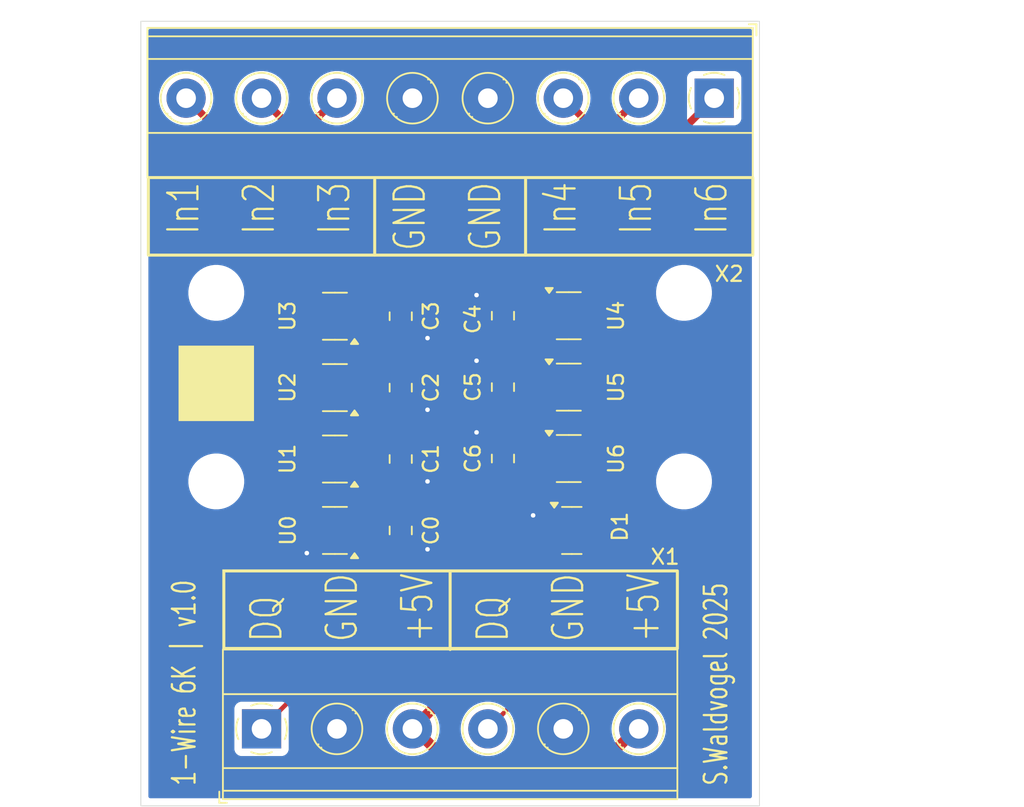
<source format=kicad_pcb>
(kicad_pcb (version 20240108) (generator "pcbnew") (generator_version "8.0")
  (layers (0 "F.Cu" signal) (31 "B.Cu" signal) (34 "B.Paste" user) (35 "F.Paste" user) (36 "B.SilkS" user "B.Silkscreen") (37 "F.SilkS" user "F.Silkscreen") (38 "B.Mask" user) (39 "F.Mask" user) (44 "Edge.Cuts" user))
  (net 0 "")
  (net 1 "GND")
  (net 2 "Net-(D1-COM)")
  (net 3 "VCC")
  (net 4 "/Input1")
  (net 5 "/Input2")
  (net 6 "/Input3")
  (net 7 "/Input4")
  (net 8 "/Input5")
  (net 9 "/Input6")
  (footprint "Capacitor_SMD:C_0805_2012Metric" (layer "F.Cu") (at 148.225 76.2475 -90)
    (property "Reference" "C0" (at 0 -2 90) (layer "F.SilkS"))
    (property "Value" "100nF")
    (fp_line (start -0.261252 0.735) (end 0.261252 0.735) (stroke (width 0.12)) (layer "F.SilkS"))
    (fp_line (start -0.261252 -0.735) (end 0.261252 -0.735) (stroke (width 0.12)) (layer "F.SilkS"))
    (pad "1" smd roundrect (at -0.95 0 270) (size 1 1.45) (layers "F.Cu" "F.Paste" "F.Mask") (net 3 "VCC"))
    (pad "2" smd roundrect (at 0.95 0 270) (size 1 1.45) (layers "F.Cu" "F.Paste" "F.Mask") (net 1 "GND"))
  )
  (footprint "MountingHole:MountingHole_3.2mm_M3_DIN965" (layer "F.Cu") (at 167 73)
    (property "Reference" "REF**" (hide yes))
    (property "Value" "MountingHole_3.2mm_M3_DIN965" (hide yes))
    (pad "" np_thru_hole circle (at 0 0) (size 3.2 3.2) (drill 3.2) (layers "*.Cu" "*.Mask"))
  )
  (footprint "MountingHole:MountingHole_3.2mm_M3_DIN965" (layer "F.Cu") (at 136 60.5)
    (property "Reference" "REF**" (hide yes))
    (property "Value" "MountingHole_3.2mm_M3_DIN965" (hide yes))
    (pad "" np_thru_hole circle (at 0 0) (size 3.2 3.2) (drill 3.2) (layers "*.Cu" "*.Mask"))
  )
  (footprint "Package_TO_SOT_SMD:SOT-23-3" (layer "F.Cu") (at 143.8625 66.7825 180)
    (property "Reference" "U2" (at 3.1375 0.004786 90) (layer "F.SilkS"))
    (property "Value" "DS2411R")
    (fp_line (start 0 1.56) (end 0.8 1.56) (stroke (width 0.12)) (layer "F.SilkS"))
    (fp_line (start 0 1.56) (end -0.8 1.56) (stroke (width 0.12)) (layer "F.SilkS"))
    (fp_line (start 0 -1.56) (end 0.8 -1.56) (stroke (width 0.12)) (layer "F.SilkS"))
    (fp_line (start 0 -1.56) (end -0.8 -1.56) (stroke (width 0.12)) (layer "F.SilkS"))
    (fp_poly (pts (xy -1.3 -1.51) (xy -1.54 -1.84) (xy -1.06 -1.84) (xy -1.3 -1.51)) (stroke (width 0.12)) (fill solid) (layer "F.SilkS"))
    (pad "1" smd roundrect (at -1.1375 -0.95 180) (size 1.325 0.6) (layers "F.Cu" "F.Paste" "F.Mask") (net 2 "Net-(D1-COM)"))
    (pad "2" smd roundrect (at -1.1375 0.95 180) (size 1.325 0.6) (layers "F.Cu" "F.Paste" "F.Mask") (net 3 "VCC"))
    (pad "3" smd roundrect (at 1.1375 0 180) (size 1.325 0.6) (layers "F.Cu" "F.Paste" "F.Mask") (net 5 "/Input2"))
  )
  (footprint "TerminalBlock_Phoenix:TerminalBlock_Phoenix_MKDS-1,5-6_1x06_P5.00mm_Horizontal" (layer "F.Cu") (at 139 89.4)
    (property "Reference" "X1" (at 26.75 -11.4 0) (layer "F.SilkS"))
    (property "Value" "1-Wire")
    (fp_line (start -2.8 4.16) (end -2.8 4.9) (stroke (width 0.12)) (layer "F.SilkS"))
    (fp_line (start -2.8 4.9) (end -2.3 4.9) (stroke (width 0.12)) (layer "F.SilkS"))
    (fp_line (start -2.56 -5.261) (end -2.56 4.66) (stroke (width 0.12)) (layer "F.SilkS"))
    (fp_line (start -2.56 -5.261) (end 27.56 -5.261) (stroke (width 0.12)) (layer "F.SilkS"))
    (fp_line (start -2.56 -2.301) (end 27.56 -2.301) (stroke (width 0.12)) (layer "F.SilkS"))
    (fp_line (start -2.56 2.6) (end 27.56 2.6) (stroke (width 0.12)) (layer "F.SilkS"))
    (fp_line (start -2.56 4.1) (end 27.56 4.1) (stroke (width 0.12)) (layer "F.SilkS"))
    (fp_line (start -2.56 4.66) (end 27.56 4.66) (stroke (width 0.12)) (layer "F.SilkS"))
    (fp_line (start 3.773 1.023) (end 3.726 1.069) (stroke (width 0.12)) (layer "F.SilkS"))
    (fp_line (start 3.966 1.239) (end 3.931 1.274) (stroke (width 0.12)) (layer "F.SilkS"))
    (fp_line (start 6.07 -1.275) (end 6.035 -1.239) (stroke (width 0.12)) (layer "F.SilkS"))
    (fp_line (start 6.275 -1.069) (end 6.228 -1.023) (stroke (width 0.12)) (layer "F.SilkS"))
    (fp_line (start 8.773 1.023) (end 8.726 1.069) (stroke (width 0.12)) (layer "F.SilkS"))
    (fp_line (start 8.966 1.239) (end 8.931 1.274) (stroke (width 0.12)) (layer "F.SilkS"))
    (fp_line (start 11.07 -1.275) (end 11.035 -1.239) (stroke (width 0.12)) (layer "F.SilkS"))
    (fp_line (start 11.275 -1.069) (end 11.228 -1.023) (stroke (width 0.12)) (layer "F.SilkS"))
    (fp_line (start 13.773 1.023) (end 13.726 1.069) (stroke (width 0.12)) (layer "F.SilkS"))
    (fp_line (start 13.966 1.239) (end 13.931 1.274) (stroke (width 0.12)) (layer "F.SilkS"))
    (fp_line (start 16.07 -1.275) (end 16.035 -1.239) (stroke (width 0.12)) (layer "F.SilkS"))
    (fp_line (start 16.275 -1.069) (end 16.228 -1.023) (stroke (width 0.12)) (layer "F.SilkS"))
    (fp_line (start 18.773 1.023) (end 18.726 1.069) (stroke (width 0.12)) (layer "F.SilkS"))
    (fp_line (start 18.966 1.239) (end 18.931 1.274) (stroke (width 0.12)) (layer "F.SilkS"))
    (fp_line (start 21.07 -1.275) (end 21.035 -1.239) (stroke (width 0.12)) (layer "F.SilkS"))
    (fp_line (start 21.275 -1.069) (end 21.228 -1.023) (stroke (width 0.12)) (layer "F.SilkS"))
    (fp_line (start 23.773 1.023) (end 23.726 1.069) (stroke (width 0.12)) (layer "F.SilkS"))
    (fp_line (start 23.966 1.239) (end 23.931 1.274) (stroke (width 0.12)) (layer "F.SilkS"))
    (fp_line (start 26.07 -1.275) (end 26.035 -1.239) (stroke (width 0.12)) (layer "F.SilkS"))
    (fp_line (start 26.275 -1.069) (end 26.228 -1.023) (stroke (width 0.12)) (layer "F.SilkS"))
    (fp_line (start 27.56 -5.261) (end 27.56 4.66) (stroke (width 0.12)) (layer "F.SilkS"))
    (fp_arc (start -1.535427 0.683042) (mid -1.680501 -0.000524) (end -1.535 -0.684) (stroke (width 0.12)) (layer "F.SilkS"))
    (fp_arc (start -0.683042 -1.535427) (mid 0.000524 -1.680501) (end 0.684 -1.535) (stroke (width 0.12)) (layer "F.SilkS"))
    (fp_arc (start 0.028805 1.680253) (mid -0.335551 1.646659) (end -0.684 1.535) (stroke (width 0.12)) (layer "F.SilkS"))
    (fp_arc (start 0.683318 1.534756) (mid 0.349292 1.643288) (end 0 1.68) (stroke (width 0.12)) (layer "F.SilkS"))
    (fp_arc (start 1.535427 -0.683042) (mid 1.680501 0.000524) (end 1.535 0.684) (stroke (width 0.12)) (layer "F.SilkS"))
    (fp_circle (center 5 0) (end 6.68 0) (stroke (width 0.12)) (fill none) (layer "F.SilkS"))
    (fp_circle (center 10 0) (end 11.68 0) (stroke (width 0.12)) (fill none) (layer "F.SilkS"))
    (fp_circle (center 15 0) (end 16.68 0) (stroke (width 0.12)) (fill none) (layer "F.SilkS"))
    (fp_circle (center 20 0) (end 21.68 0) (stroke (width 0.12)) (fill none) (layer "F.SilkS"))
    (fp_circle (center 25 0) (end 26.68 0) (stroke (width 0.12)) (fill none) (layer "F.SilkS"))
    (pad "1" thru_hole rect (at 0 0) (size 2.6 2.6) (drill 1.3) (layers "*.Cu" "*.Mask") (net 2 "Net-(D1-COM)"))
    (pad "2" thru_hole circle (at 5 0) (size 2.6 2.6) (drill 1.3) (layers "*.Cu" "*.Mask") (net 1 "GND"))
    (pad "3" thru_hole circle (at 10 0) (size 2.6 2.6) (drill 1.3) (layers "*.Cu" "*.Mask") (net 3 "VCC"))
    (pad "4" thru_hole circle (at 15 0) (size 2.6 2.6) (drill 1.3) (layers "*.Cu" "*.Mask") (net 2 "Net-(D1-COM)"))
    (pad "5" thru_hole circle (at 20 0) (size 2.6 2.6) (drill 1.3) (layers "*.Cu" "*.Mask") (net 1 "GND"))
    (pad "6" thru_hole circle (at 25 0) (size 2.6 2.6) (drill 1.3) (layers "*.Cu" "*.Mask") (net 3 "VCC"))
  )
  (footprint "Capacitor_SMD:C_0805_2012Metric" (layer "F.Cu") (at 148.225 71.515 -90)
    (property "Reference" "C1" (at 0 -2 90) (layer "F.SilkS"))
    (property "Value" "100nF")
    (fp_line (start -0.261252 0.735) (end 0.261252 0.735) (stroke (width 0.12)) (layer "F.SilkS"))
    (fp_line (start -0.261252 -0.735) (end 0.261252 -0.735) (stroke (width 0.12)) (layer "F.SilkS"))
    (pad "1" smd roundrect (at -0.95 0 270) (size 1 1.45) (layers "F.Cu" "F.Paste" "F.Mask") (net 3 "VCC"))
    (pad "2" smd roundrect (at 0.95 0 270) (size 1 1.45) (layers "F.Cu" "F.Paste" "F.Mask") (net 1 "GND"))
  )
  (footprint "Capacitor_SMD:C_0805_2012Metric" (layer "F.Cu") (at 155 71.4825 90)
    (property "Reference" "C6" (at 0 -2 90) (layer "F.SilkS"))
    (property "Value" "100nF")
    (fp_line (start -0.261252 -0.735) (end 0.261252 -0.735) (stroke (width 0.12)) (layer "F.SilkS"))
    (fp_line (start -0.261252 0.735) (end 0.261252 0.735) (stroke (width 0.12)) (layer "F.SilkS"))
    (pad "1" smd roundrect (at -0.95 0 90) (size 1 1.45) (layers "F.Cu" "F.Paste" "F.Mask") (net 3 "VCC"))
    (pad "2" smd roundrect (at 0.95 0 90) (size 1 1.45) (layers "F.Cu" "F.Paste" "F.Mask") (net 1 "GND"))
  )
  (footprint "MountingHole:MountingHole_3.2mm_M3_DIN965" (layer "F.Cu") (at 136 73)
    (property "Reference" "REF**" (hide yes))
    (property "Value" "MountingHole_3.2mm_M3_DIN965" (hide yes))
    (pad "" np_thru_hole circle (at 0 0) (size 3.2 3.2) (drill 3.2) (layers "*.Cu" "*.Mask"))
  )
  (footprint "Capacitor_SMD:C_0805_2012Metric" (layer "F.Cu") (at 155 66.75 90)
    (property "Reference" "C5" (at 0 -2 90) (layer "F.SilkS"))
    (property "Value" "100nF")
    (fp_line (start -0.261252 -0.735) (end 0.261252 -0.735) (stroke (width 0.12)) (layer "F.SilkS"))
    (fp_line (start -0.261252 0.735) (end 0.261252 0.735) (stroke (width 0.12)) (layer "F.SilkS"))
    (pad "1" smd roundrect (at -0.95 0 90) (size 1 1.45) (layers "F.Cu" "F.Paste" "F.Mask") (net 3 "VCC"))
    (pad "2" smd roundrect (at 0.95 0 90) (size 1 1.45) (layers "F.Cu" "F.Paste" "F.Mask") (net 1 "GND"))
  )
  (footprint "TerminalBlock_Phoenix:TerminalBlock_Phoenix_MKDS-1,5-8_1x08_P5.00mm_Horizontal" (layer "F.Cu") (at 169 47.6 180)
    (property "Reference" "X2" (at -1 -11.65 0) (layer "F.SilkS"))
    (property "Value" "Inputs Terminals")
    (fp_line (start 37.56 -5.261) (end 37.56 4.66) (stroke (width 0.12)) (layer "F.SilkS"))
    (fp_line (start 36.275 -1.069) (end 36.228 -1.023) (stroke (width 0.12)) (layer "F.SilkS"))
    (fp_line (start 36.07 -1.275) (end 36.035 -1.239) (stroke (width 0.12)) (layer "F.SilkS"))
    (fp_line (start 33.966 1.239) (end 33.931 1.274) (stroke (width 0.12)) (layer "F.SilkS"))
    (fp_line (start 33.773 1.023) (end 33.726 1.069) (stroke (width 0.12)) (layer "F.SilkS"))
    (fp_line (start 31.275 -1.069) (end 31.228 -1.023) (stroke (width 0.12)) (layer "F.SilkS"))
    (fp_line (start 31.07 -1.275) (end 31.035 -1.239) (stroke (width 0.12)) (layer "F.SilkS"))
    (fp_line (start 28.966 1.239) (end 28.931 1.274) (stroke (width 0.12)) (layer "F.SilkS"))
    (fp_line (start 28.773 1.023) (end 28.726 1.069) (stroke (width 0.12)) (layer "F.SilkS"))
    (fp_line (start 26.275 -1.069) (end 26.228 -1.023) (stroke (width 0.12)) (layer "F.SilkS"))
    (fp_line (start 26.07 -1.275) (end 26.035 -1.239) (stroke (width 0.12)) (layer "F.SilkS"))
    (fp_line (start 23.966 1.239) (end 23.931 1.274) (stroke (width 0.12)) (layer "F.SilkS"))
    (fp_line (start 23.773 1.023) (end 23.726 1.069) (stroke (width 0.12)) (layer "F.SilkS"))
    (fp_line (start 21.275 -1.069) (end 21.228 -1.023) (stroke (width 0.12)) (layer "F.SilkS"))
    (fp_line (start 21.07 -1.275) (end 21.035 -1.239) (stroke (width 0.12)) (layer "F.SilkS"))
    (fp_line (start 18.966 1.239) (end 18.931 1.274) (stroke (width 0.12)) (layer "F.SilkS"))
    (fp_line (start 18.773 1.023) (end 18.726 1.069) (stroke (width 0.12)) (layer "F.SilkS"))
    (fp_line (start 16.275 -1.069) (end 16.228 -1.023) (stroke (width 0.12)) (layer "F.SilkS"))
    (fp_line (start 16.07 -1.275) (end 16.035 -1.239) (stroke (width 0.12)) (layer "F.SilkS"))
    (fp_line (start 13.966 1.239) (end 13.931 1.274) (stroke (width 0.12)) (layer "F.SilkS"))
    (fp_line (start 13.773 1.023) (end 13.726 1.069) (stroke (width 0.12)) (layer "F.SilkS"))
    (fp_line (start 11.275 -1.069) (end 11.228 -1.023) (stroke (width 0.12)) (layer "F.SilkS"))
    (fp_line (start 11.07 -1.275) (end 11.035 -1.239) (stroke (width 0.12)) (layer "F.SilkS"))
    (fp_line (start 8.966 1.239) (end 8.931 1.274) (stroke (width 0.12)) (layer "F.SilkS"))
    (fp_line (start 8.773 1.023) (end 8.726 1.069) (stroke (width 0.12)) (layer "F.SilkS"))
    (fp_line (start 6.275 -1.069) (end 6.228 -1.023) (stroke (width 0.12)) (layer "F.SilkS"))
    (fp_line (start 6.07 -1.275) (end 6.035 -1.239) (stroke (width 0.12)) (layer "F.SilkS"))
    (fp_line (start 3.966 1.239) (end 3.931 1.274) (stroke (width 0.12)) (layer "F.SilkS"))
    (fp_line (start 3.773 1.023) (end 3.726 1.069) (stroke (width 0.12)) (layer "F.SilkS"))
    (fp_line (start -2.56 4.66) (end 37.56 4.66) (stroke (width 0.12)) (layer "F.SilkS"))
    (fp_line (start -2.56 4.1) (end 37.56 4.1) (stroke (width 0.12)) (layer "F.SilkS"))
    (fp_line (start -2.56 2.6) (end 37.56 2.6) (stroke (width 0.12)) (layer "F.SilkS"))
    (fp_line (start -2.56 -2.301) (end 37.56 -2.301) (stroke (width 0.12)) (layer "F.SilkS"))
    (fp_line (start -2.56 -5.261) (end 37.56 -5.261) (stroke (width 0.12)) (layer "F.SilkS"))
    (fp_line (start -2.56 -5.261) (end -2.56 4.66) (stroke (width 0.12)) (layer "F.SilkS"))
    (fp_line (start -2.8 4.9) (end -2.3 4.9) (stroke (width 0.12)) (layer "F.SilkS"))
    (fp_line (start -2.8 4.16) (end -2.8 4.9) (stroke (width 0.12)) (layer "F.SilkS"))
    (fp_arc (start 1.535427 -0.683042) (mid 1.680501 0.000524) (end 1.535 0.684) (stroke (width 0.12)) (layer "F.SilkS"))
    (fp_arc (start 0.683318 1.534756) (mid 0.349292 1.643288) (end 0 1.68) (stroke (width 0.12)) (layer "F.SilkS"))
    (fp_arc (start 0.028805 1.680253) (mid -0.335551 1.646659) (end -0.684 1.535) (stroke (width 0.12)) (layer "F.SilkS"))
    (fp_arc (start -0.683042 -1.535427) (mid 0.000524 -1.680501) (end 0.684 -1.535) (stroke (width 0.12)) (layer "F.SilkS"))
    (fp_arc (start -1.535427 0.683042) (mid -1.680501 -0.000524) (end -1.535 -0.684) (stroke (width 0.12)) (layer "F.SilkS"))
    (fp_circle (center 35 0) (end 36.68 0) (stroke (width 0.12)) (fill none) (layer "F.SilkS"))
    (fp_circle (center 30 0) (end 31.68 0) (stroke (width 0.12)) (fill none) (layer "F.SilkS"))
    (fp_circle (center 25 0) (end 26.68 0) (stroke (width 0.12)) (fill none) (layer "F.SilkS"))
    (fp_circle (center 20 0) (end 21.68 0) (stroke (width 0.12)) (fill none) (layer "F.SilkS"))
    (fp_circle (center 15 0) (end 16.68 0) (stroke (width 0.12)) (fill none) (layer "F.SilkS"))
    (fp_circle (center 10 0) (end 11.68 0) (stroke (width 0.12)) (fill none) (layer "F.SilkS"))
    (fp_circle (center 5 0) (end 6.68 0) (stroke (width 0.12)) (fill none) (layer "F.SilkS"))
    (pad "1" thru_hole rect (at 0 0 180) (size 2.6 2.6) (drill 1.3) (layers "*.Cu" "*.Mask") (net 9 "/Input6"))
    (pad "2" thru_hole circle (at 5 0 180) (size 2.6 2.6) (drill 1.3) (layers "*.Cu" "*.Mask") (net 8 "/Input5"))
    (pad "3" thru_hole circle (at 10 0 180) (size 2.6 2.6) (drill 1.3) (layers "*.Cu" "*.Mask") (net 7 "/Input4"))
    (pad "4" thru_hole circle (at 15 0 180) (size 2.6 2.6) (drill 1.3) (layers "*.Cu" "*.Mask") (net 1 "GND"))
    (pad "5" thru_hole circle (at 20 0 180) (size 2.6 2.6) (drill 1.3) (layers "*.Cu" "*.Mask") (net 1 "GND"))
    (pad "6" thru_hole circle (at 25 0 180) (size 2.6 2.6) (drill 1.3) (layers "*.Cu" "*.Mask") (net 6 "/Input3"))
    (pad "7" thru_hole circle (at 30 0 180) (size 2.6 2.6) (drill 1.3) (layers "*.Cu" "*.Mask") (net 5 "/Input2"))
    (pad "8" thru_hole circle (at 35 0 180) (size 2.6 2.6) (drill 1.3) (layers "*.Cu" "*.Mask") (net 4 "/Input1"))
  )
  (footprint "Capacitor_SMD:C_0805_2012Metric" (layer "F.Cu") (at 148.225 62.05 -90)
    (property "Reference" "C3" (at 0 -2 90) (layer "F.SilkS"))
    (property "Value" "100nF")
    (fp_line (start -0.261252 0.735) (end 0.261252 0.735) (stroke (width 0.12)) (layer "F.SilkS"))
    (fp_line (start -0.261252 -0.735) (end 0.261252 -0.735) (stroke (width 0.12)) (layer "F.SilkS"))
    (pad "1" smd roundrect (at -0.95 0 270) (size 1 1.45) (layers "F.Cu" "F.Paste" "F.Mask") (net 3 "VCC"))
    (pad "2" smd roundrect (at 0.95 0 270) (size 1 1.45) (layers "F.Cu" "F.Paste" "F.Mask") (net 1 "GND"))
  )
  (footprint "Package_TO_SOT_SMD:SOT-23" (layer "F.Cu") (at 159.5625 76.25)
    (property "Reference" "D1" (at 3.1875 -0.25 -90) (layer "F.SilkS"))
    (property "Value" "BAT54S")
    (fp_line (start 0 -1.56) (end -0.65 -1.56) (stroke (width 0.12)) (layer "F.SilkS"))
    (fp_line (start 0 -1.56) (end 0.65 -1.56) (stroke (width 0.12)) (layer "F.SilkS"))
    (fp_line (start 0 1.56) (end -0.65 1.56) (stroke (width 0.12)) (layer "F.SilkS"))
    (fp_line (start 0 1.56) (end 0.65 1.56) (stroke (width 0.12)) (layer "F.SilkS"))
    (fp_poly (pts (xy -1.1625 -1.51) (xy -1.4025 -1.84) (xy -0.9225 -1.84) (xy -1.1625 -1.51)) (stroke (width 0.12)) (fill solid) (layer "F.SilkS"))
    (pad "1" smd roundrect (at -0.9375 -0.95) (size 1.475 0.6) (layers "F.Cu" "F.Paste" "F.Mask") (net 1 "GND"))
    (pad "2" smd roundrect (at -0.9375 0.95) (size 1.475 0.6) (layers "F.Cu" "F.Paste" "F.Mask") (net 3 "VCC"))
    (pad "3" smd roundrect (at 0.9375 0) (size 1.475 0.6) (layers "F.Cu" "F.Paste" "F.Mask") (net 2 "Net-(D1-COM)"))
  )
  (footprint "Package_TO_SOT_SMD:SOT-23-3" (layer "F.Cu") (at 159.3625 62.0175)
    (property "Reference" "U4" (at 3.1375 0.009572 90) (layer "F.SilkS"))
    (property "Value" "DS2411R")
    (fp_line (start 0 -1.56) (end -0.8 -1.56) (stroke (width 0.12)) (layer "F.SilkS"))
    (fp_line (start 0 -1.56) (end 0.8 -1.56) (stroke (width 0.12)) (layer "F.SilkS"))
    (fp_line (start 0 1.56) (end -0.8 1.56) (stroke (width 0.12)) (layer "F.SilkS"))
    (fp_line (start 0 1.56) (end 0.8 1.56) (stroke (width 0.12)) (layer "F.SilkS"))
    (fp_poly (pts (xy -1.3 -1.51) (xy -1.54 -1.84) (xy -1.06 -1.84) (xy -1.3 -1.51)) (stroke (width 0.12)) (fill solid) (layer "F.SilkS"))
    (pad "1" smd roundrect (at -1.1375 -0.95) (size 1.325 0.6) (layers "F.Cu" "F.Paste" "F.Mask") (net 2 "Net-(D1-COM)"))
    (pad "2" smd roundrect (at -1.1375 0.95) (size 1.325 0.6) (layers "F.Cu" "F.Paste" "F.Mask") (net 3 "VCC"))
    (pad "3" smd roundrect (at 1.1375 0) (size 1.325 0.6) (layers "F.Cu" "F.Paste" "F.Mask") (net 7 "/Input4"))
  )
  (footprint "MountingHole:MountingHole_3.2mm_M3_DIN965" (layer "F.Cu") (at 167 60.5)
    (property "Reference" "REF**" (hide yes))
    (property "Value" "MountingHole_3.2mm_M3_DIN965" (hide yes))
    (pad "" np_thru_hole circle (at 0 0) (size 3.2 3.2) (drill 3.2) (layers "*.Cu" "*.Mask"))
  )
  (footprint "Package_TO_SOT_SMD:SOT-23-3" (layer "F.Cu") (at 143.8625 71.515 180)
    (property "Reference" "U1" (at 3.1375 0.002393 90) (layer "F.SilkS"))
    (property "Value" "DS2411R")
    (fp_line (start 0 1.56) (end 0.8 1.56) (stroke (width 0.12)) (layer "F.SilkS"))
    (fp_line (start 0 1.56) (end -0.8 1.56) (stroke (width 0.12)) (layer "F.SilkS"))
    (fp_line (start 0 -1.56) (end 0.8 -1.56) (stroke (width 0.12)) (layer "F.SilkS"))
    (fp_line (start 0 -1.56) (end -0.8 -1.56) (stroke (width 0.12)) (layer "F.SilkS"))
    (fp_poly (pts (xy -1.3 -1.51) (xy -1.54 -1.84) (xy -1.06 -1.84) (xy -1.3 -1.51)) (stroke (width 0.12)) (fill solid) (layer "F.SilkS"))
    (pad "1" smd roundrect (at -1.1375 -0.95 180) (size 1.325 0.6) (layers "F.Cu" "F.Paste" "F.Mask") (net 2 "Net-(D1-COM)"))
    (pad "2" smd roundrect (at -1.1375 0.95 180) (size 1.325 0.6) (layers "F.Cu" "F.Paste" "F.Mask") (net 3 "VCC"))
    (pad "3" smd roundrect (at 1.1375 0 180) (size 1.325 0.6) (layers "F.Cu" "F.Paste" "F.Mask") (net 4 "/Input1"))
  )
  (footprint "Package_TO_SOT_SMD:SOT-23-3" (layer "F.Cu") (at 159.3625 71.4825)
    (property "Reference" "U6" (at 3.1375 0.014362 90) (layer "F.SilkS"))
    (property "Value" "DS2411R")
    (fp_line (start 0 -1.56) (end -0.8 -1.56) (stroke (width 0.12)) (layer "F.SilkS"))
    (fp_line (start 0 -1.56) (end 0.8 -1.56) (stroke (width 0.12)) (layer "F.SilkS"))
    (fp_line (start 0 1.56) (end -0.8 1.56) (stroke (width 0.12)) (layer "F.SilkS"))
    (fp_line (start 0 1.56) (end 0.8 1.56) (stroke (width 0.12)) (layer "F.SilkS"))
    (fp_poly (pts (xy -1.3 -1.51) (xy -1.54 -1.84) (xy -1.06 -1.84) (xy -1.3 -1.51)) (stroke (width 0.12)) (fill solid) (layer "F.SilkS"))
    (pad "1" smd roundrect (at -1.1375 -0.95) (size 1.325 0.6) (layers "F.Cu" "F.Paste" "F.Mask") (net 2 "Net-(D1-COM)"))
    (pad "2" smd roundrect (at -1.1375 0.95) (size 1.325 0.6) (layers "F.Cu" "F.Paste" "F.Mask") (net 3 "VCC"))
    (pad "3" smd roundrect (at 1.1375 0) (size 1.325 0.6) (layers "F.Cu" "F.Paste" "F.Mask") (net 9 "/Input6"))
  )
  (footprint "Package_TO_SOT_SMD:SOT-23-3" (layer "F.Cu") (at 159.3625 66.75)
    (property "Reference" "U5" (at 3.1375 0.011965 90) (layer "F.SilkS"))
    (property "Value" "DS2411R")
    (fp_line (start 0 -1.56) (end -0.8 -1.56) (stroke (width 0.12)) (layer "F.SilkS"))
    (fp_line (start 0 -1.56) (end 0.8 -1.56) (stroke (width 0.12)) (layer "F.SilkS"))
    (fp_line (start 0 1.56) (end -0.8 1.56) (stroke (width 0.12)) (layer "F.SilkS"))
    (fp_line (start 0 1.56) (end 0.8 1.56) (stroke (width 0.12)) (layer "F.SilkS"))
    (fp_poly (pts (xy -1.3 -1.51) (xy -1.54 -1.84) (xy -1.06 -1.84) (xy -1.3 -1.51)) (stroke (width 0.12)) (fill solid) (layer "F.SilkS"))
    (pad "1" smd roundrect (at -1.1375 -0.95) (size 1.325 0.6) (layers "F.Cu" "F.Paste" "F.Mask") (net 2 "Net-(D1-COM)"))
    (pad "2" smd roundrect (at -1.1375 0.95) (size 1.325 0.6) (layers "F.Cu" "F.Paste" "F.Mask") (net 3 "VCC"))
    (pad "3" smd roundrect (at 1.1375 0) (size 1.325 0.6) (layers "F.Cu" "F.Paste" "F.Mask") (net 8 "/Input5"))
  )
  (footprint "Package_TO_SOT_SMD:SOT-23-3" (layer "F.Cu") (at 143.8625 76.2475 180)
    (property "Reference" "U0" (at 3.1125 -0.0025 90) (layer "F.SilkS"))
    (property "Value" "DS2411R")
    (fp_line (start 0 1.56) (end 0.8 1.56) (stroke (width 0.12)) (layer "F.SilkS"))
    (fp_line (start 0 1.56) (end -0.8 1.56) (stroke (width 0.12)) (layer "F.SilkS"))
    (fp_line (start 0 -1.56) (end 0.8 -1.56) (stroke (width 0.12)) (layer "F.SilkS"))
    (fp_line (start 0 -1.56) (end -0.8 -1.56) (stroke (width 0.12)) (layer "F.SilkS"))
    (fp_poly (pts (xy -1.3 -1.51) (xy -1.54 -1.84) (xy -1.06 -1.84) (xy -1.3 -1.51)) (stroke (width 0.12)) (fill solid) (layer "F.SilkS"))
    (pad "1" smd roundrect (at -1.1375 -0.95 180) (size 1.325 0.6) (layers "F.Cu" "F.Paste" "F.Mask") (net 2 "Net-(D1-COM)"))
    (pad "2" smd roundrect (at -1.1375 0.95 180) (size 1.325 0.6) (layers "F.Cu" "F.Paste" "F.Mask") (net 3 "VCC"))
    (pad "3" smd roundrect (at 1.1375 0 180) (size 1.325 0.6) (layers "F.Cu" "F.Paste" "F.Mask") (net 1 "GND"))
  )
  (footprint "Package_TO_SOT_SMD:SOT-23-3" (layer "F.Cu") (at 143.8625 62.05 180)
    (property "Reference" "U3" (at 3.1375 0.007179 90) (layer "F.SilkS"))
    (property "Value" "DS2411R")
    (fp_line (start 0 1.56) (end 0.8 1.56) (stroke (width 0.12)) (layer "F.SilkS"))
    (fp_line (start 0 1.56) (end -0.8 1.56) (stroke (width 0.12)) (layer "F.SilkS"))
    (fp_line (start 0 -1.56) (end 0.8 -1.56) (stroke (width 0.12)) (layer "F.SilkS"))
    (fp_line (start 0 -1.56) (end -0.8 -1.56) (stroke (width 0.12)) (layer "F.SilkS"))
    (fp_poly (pts (xy -1.3 -1.51) (xy -1.54 -1.84) (xy -1.06 -1.84) (xy -1.3 -1.51)) (stroke (width 0.12)) (fill solid) (layer "F.SilkS"))
    (pad "1" smd roundrect (at -1.1375 -0.95 180) (size 1.325 0.6) (layers "F.Cu" "F.Paste" "F.Mask") (net 2 "Net-(D1-COM)"))
    (pad "2" smd roundrect (at -1.1375 0.95 180) (size 1.325 0.6) (layers "F.Cu" "F.Paste" "F.Mask") (net 3 "VCC"))
    (pad "3" smd roundrect (at 1.1375 0 180) (size 1.325 0.6) (layers "F.Cu" "F.Paste" "F.Mask") (net 6 "/Input3"))
  )
  (footprint "Capacitor_SMD:C_0805_2012Metric" (layer "F.Cu") (at 155 62.0175 90)
    (property "Reference" "C4" (at -0.2325 -2 90) (layer "F.SilkS"))
    (property "Value" "100nF")
    (fp_line (start -0.261252 -0.735) (end 0.261252 -0.735) (stroke (width 0.12)) (layer "F.SilkS"))
    (fp_line (start -0.261252 0.735) (end 0.261252 0.735) (stroke (width 0.12)) (layer "F.SilkS"))
    (pad "1" smd roundrect (at -0.95 0 90) (size 1 1.45) (layers "F.Cu" "F.Paste" "F.Mask") (net 3 "VCC"))
    (pad "2" smd roundrect (at 0.95 0 90) (size 1 1.45) (layers "F.Cu" "F.Paste" "F.Mask") (net 1 "GND"))
  )
  (footprint "Capacitor_SMD:C_0805_2012Metric" (layer "F.Cu") (at 148.225 66.7825 -90)
    (property "Reference" "C2" (at 0 -2 90) (layer "F.SilkS"))
    (property "Value" "100nF")
    (fp_line (start -0.261252 0.735) (end 0.261252 0.735) (stroke (width 0.12)) (layer "F.SilkS"))
    (fp_line (start -0.261252 -0.735) (end 0.261252 -0.735) (stroke (width 0.12)) (layer "F.SilkS"))
    (pad "1" smd roundrect (at -0.95 0 270) (size 1 1.45) (layers "F.Cu" "F.Paste" "F.Mask") (net 3 "VCC"))
    (pad "2" smd roundrect (at 0.95 0 270) (size 1 1.45) (layers "F.Cu" "F.Paste" "F.Mask") (net 1 "GND"))
  )
  (gr_line (start 151.5 79) (end 151.5 84.139) (stroke (width 0.2)) (layer "F.SilkS"))
  (gr_rect (start 131.5 52.861) (end 171.56 58) (stroke (width 0.2)) (fill none) (layer "F.SilkS"))
  (gr_line (start 156.5 58) (end 156.5 53) (stroke (width 0.2)) (layer "F.SilkS"))
  (gr_rect (start 136.5 78.9305) (end 166.56 84.0695) (stroke (width 0.2)) (fill none) (layer "F.SilkS"))
  (gr_line (start 146.5 58) (end 146.5 53) (stroke (width 0.2)) (layer "F.SilkS"))
  (gr_rect (start 133.5 64) (end 138.5 69) (fill solid) (layer "F.SilkS"))
  (gr_rect (start 131 42.5) (end 172 94.5) (stroke (width 0.05)) (fill none) (layer "Edge.Cuts"))
  (gr_text "+5V" (at 150.5 83.75 90) (layer "F.SilkS") (effects (font (size 2 1.5)) (justify left bottom)))
  (gr_text "S.Waldvogel 2025" (at 170 93.25 90) (layer "F.SilkS") (effects (font (size 1.5 1)) (justify left bottom)))
  (gr_text "GND" (at 160.5 83.75 90) (layer "F.SilkS") (effects (font (size 2 1.5)) (justify left bottom)))
  (gr_text "GND" (at 150 57.821429 90) (layer "F.SilkS") (effects (font (size 2 1.5)) (justify left bottom)))
  (gr_text "In6" (at 170 56.75 90) (layer "F.SilkS") (effects (font (size 2 1.5)) (justify left bottom)))
  (gr_text "GND" (at 145.5 83.75 90) (layer "F.SilkS") (effects (font (size 2 1.5)) (justify left bottom)))
  (gr_text "DQ" (at 155.5 83.75 90) (layer "F.SilkS") (effects (font (size 2 1.5)) (justify left bottom)))
  (gr_text "1-Wire 6K | v1.0" (at 134.75 93.25 90) (layer "F.SilkS") (effects (font (size 1.5 1)) (justify left bottom)))
  (gr_text "+5V" (at 165.5 83.75 90) (layer "F.SilkS") (effects (font (size 2 1.5)) (justify left bottom)))
  (gr_text "In3" (at 145 56.75 90) (layer "F.SilkS") (effects (font (size 2 1.5)) (justify left bottom)))
  (gr_text "GND" (at 155 57.821429 90) (layer "F.SilkS") (effects (font (size 2 1.5)) (justify left bottom)))
  (gr_text "In1" (at 135 56.75 90) (layer "F.SilkS") (effects (font (size 2 1.5)) (justify left bottom)))
  (gr_text "In2" (at 140 56.75 90) (layer "F.SilkS") (effects (font (size 2 1.5)) (justify left bottom)))
  (gr_text "In4" (at 160 56.75 90) (layer "F.SilkS") (effects (font (size 2 1.5)) (justify left bottom)))
  (gr_text "In5" (at 165 56.75 90) (layer "F.SilkS") (effects (font (size 2 1.5)) (justify left bottom)))
  (gr_text "DQ" (at 140.5 83.75 90) (layer "F.SilkS") (effects (font (size 2 1.5)) (justify left bottom)))
  (segment (start 148.4725 63.2475) (end 148.225 63) (width 0.5) (layer "F.Cu") (net 1))
  (segment (start 148.76 73) (end 148.225 72.465) (width 0.7) (layer "F.Cu") (net 1))
  (segment (start 153.6675 61.0675) (end 155 61.0675) (width 0.5) (layer "F.Cu") (net 1))
  (segment (start 148.525 77.4975) (end 148.225 77.1975) (width 0.2) (layer "F.Cu") (net 1))
  (segment (start 148.725 63.5) (end 148.225 63) (width 0.7) (layer "F.Cu") (net 1))
  (segment (start 153.25 69.75) (end 154.0325 70.5325) (width 0.5) (layer "F.Cu") (net 1))
  (segment (start 154.05 65.8) (end 155 65.8) (width 0.5) (layer "F.Cu") (net 1))
  (segment (start 150 77.5) (end 148.5275 77.5) (width 0.7) (layer "F.Cu") (net 1))
  (segment (start 148.275 77.2475) (end 148.225 77.1975) (width 0.5) (layer "F.Cu") (net 1))
  (segment (start 154.805 70.3375) (end 155 70.5325) (width 0.5) (layer "F.Cu") (net 1))
  (segment (start 158.625 75.3) (end 157.05 75.3) (width 0.7) (layer "F.Cu") (net 1))
  (segment (start 154.7875 65.5875) (end 155 65.8) (width 0.5) (layer "F.Cu") (net 1))
  (segment (start 157.05 75.3) (end 157 75.25) (width 0.7) (layer "F.Cu") (net 1))
  (segment (start 154.77 60.8375) (end 155 61.0675) (width 0.5) (layer "F.Cu") (net 1))
  (segment (start 150 68.25) (end 148.7425 68.25) (width 0.7) (layer "F.Cu") (net 1))
  (segment (start 142 76.9725) (end 142.725 76.2475) (width 0.3) (layer "F.Cu") (net 1))
  (segment (start 148.5275 77.5) (end 148.225 77.1975) (width 0.7) (layer "F.Cu") (net 1))
  (segment (start 142 77.75) (end 142 76.9725) (width 0.3) (layer "F.Cu") (net 1))
  (segment (start 148.49 67.9975) (end 148.225 67.7325) (width 0.5) (layer "F.Cu") (net 1))
  (segment (start 153.25 60.65) (end 153.6675 61.0675) (width 0.5) (layer "F.Cu") (net 1))
  (segment (start 148.7425 68.25) (end 148.225 67.7325) (width 0.7) (layer "F.Cu") (net 1))
  (segment (start 153.25 65) (end 154.05 65.8) (width 0.5) (layer "F.Cu") (net 1))
  (segment (start 150 63.5) (end 148.725 63.5) (width 0.7) (layer "F.Cu") (net 1))
  (segment (start 150 73) (end 148.76 73) (width 0.7) (layer "F.Cu") (net 1))
  (segment (start 154.0325 70.5325) (end 155 70.5325) (width 0.5) (layer "F.Cu") (net 1))
  (via (at 142 77.75) (size 0.9) (drill 0.3) (layers "F.Cu" "B.Cu") (net 1))
  (via (at 150 63.5) (size 0.9) (drill 0.3) (layers "F.Cu" "B.Cu") (net 1))
  (via (at 150 77.5) (size 0.9) (drill 0.3) (layers "F.Cu" "B.Cu") (net 1))
  (via (at 157 75.25) (size 0.9) (drill 0.3) (layers "F.Cu" "B.Cu") (net 1))
  (via (at 150 68.25) (size 0.9) (drill 0.3) (layers "F.Cu" "B.Cu") (net 1))
  (via (at 153.25 69.75) (size 0.9) (drill 0.3) (layers "F.Cu" "B.Cu") (net 1))
  (via (at 150 73) (size 0.9) (drill 0.3) (layers "F.Cu" "B.Cu") (net 1))
  (via (at 153.25 60.65) (size 0.9) (drill 0.3) (layers "F.Cu" "B.Cu") (net 1))
  (via (at 153.25 65) (size 0.9) (drill 0.3) (layers "F.Cu" "B.Cu") (net 1))
  (segment (start 150 78.25) (end 150 77.5) (width 0.7) (layer "B.Cu") (net 1))
  (segment (start 150.25 86) (end 150 85.75) (width 0.7) (layer "B.Cu") (net 1))
  (segment (start 142.5 78.25) (end 150 78.25) (width 0.7) (layer "B.Cu") (net 1))
  (segment (start 153.25 65) (end 153.25 60.65) (width 0.7) (layer "B.Cu") (net 1))
  (segment (start 150 77.5) (end 150 73) (width 0.7) (layer "B.Cu") (net 1))
  (segment (start 153.25 60.65) (end 150 60.65) (width 0.7) (layer "B.Cu") (net 1))
  (segment (start 150 73) (end 150 68.25) (width 0.7) (layer "B.Cu") (net 1))
  (segment (start 147.15 86) (end 144 89.15) (width 0.7) (layer "B.Cu") (net 1))
  (segment (start 150 85.75) (end 150 77.5) (width 0.7) (layer "B.Cu") (net 1))
  (segment (start 142 77.75) (end 142.5 78.25) (width 0.7) (layer "B.Cu") (net 1))
  (segment (start 150 60.65) (end 150 63.5) (width 0.7) (layer "B.Cu") (net 1))
  (segment (start 155.85 86) (end 150.25 86) (width 0.7) (layer "B.Cu") (net 1))
  (segment (start 153.25 69.75) (end 153.25 71.5) (width 0.7) (layer "B.Cu") (net 1))
  (segment (start 153.25 71.5) (end 157 75.25) (width 0.7) (layer "B.Cu") (net 1))
  (segment (start 153.25 69.75) (end 153.25 65) (width 0.7) (layer "B.Cu") (net 1))
  (segment (start 150.25 86) (end 147.15 86) (width 0.7) (layer "B.Cu") (net 1))
  (segment (start 149 59.65) (end 150 60.65) (width 0.7) (layer "B.Cu") (net 1))
  (segment (start 150 68.25) (end 150 63.5) (width 0.7) (layer "B.Cu") (net 1))
  (segment (start 149 47.6) (end 149 59.65) (width 0.7) (layer "B.Cu") (net 1))
  (segment (start 149 47.6) (end 154 47.6) (width 0.7) (layer "B.Cu") (net 1))
  (segment (start 159 89.15) (end 155.85 86) (width 0.7) (layer "B.Cu") (net 1))
  (segment (start 159.25 74.25) (end 160.5 75.5) (width 0.3) (layer "F.Cu") (net 2))
  (segment (start 159.25 62.0925) (end 159.25 65.75) (width 0.3) (layer "F.Cu") (net 2))
  (segment (start 160.5 76.5) (end 160.5 82.9) (width 0.3) (layer "F.Cu") (net 2))
  (segment (start 145 67.7325) (end 144.0025 67.7325) (width 0.3) (layer "F.Cu") (net 2))
  (segment (start 143.9875 67.7475) (end 143.901267 67.833733) (width 0.3) (layer "F.Cu") (net 2))
  (segment (start 145.75 58.75) (end 143.901267 60.598733) (width 0.3) (layer "F.Cu") (net 2))
  (segment (start 143.901267 77.5) (end 143.901267 84.498733) (width 0.3) (layer "F.Cu") (net 2))
  (segment (start 143.901267 63.093575) (end 143.994842 63) (width 0.3) (layer "F.Cu") (net 2))
  (segment (start 143.901267 67.9975) (end 143.901267 63.093575) (width 0.3) (layer "F.Cu") (net 2))
  (segment (start 155.9075 58.75) (end 145.75 58.75) (width 0.3) (layer "F.Cu") (net 2))
  (segment (start 159.2 65.8) (end 159.25 65.75) (width 0.3) (layer "F.Cu") (net 2))
  (segment (start 160.5 75.5) (end 160.5 76.25) (width 0.3) (layer "F.Cu") (net 2))
  (segment (start 145 77.1975) (end 143.953767 77.1975) (width 0.3) (layer "F.Cu") (net 2))
  (segment (start 145 63) (end 143.994842 63) (width 0.3) (layer "F.Cu") (net 2))
  (segment (start 145 72.465) (end 143.9875 72.465) (width 0.3) (layer "F.Cu") (net 2))
  (segment (start 143.901267 84.498733) (end 139 89.4) (width 0.3) (layer "F.Cu") (net 2))
  (segment (start 159.25 70.5) (end 159.25 74.25) (width 0.3) (layer "F.Cu") (net 2))
  (segment (start 158.225 70.5325) (end 159.2175 70.5325) (width 0.3) (layer "F.Cu") (net 2))
  (segment (start 159.2175 70.5325) (end 159.25 70.5) (width 0.3) (layer "F.Cu") (net 2))
  (segment (start 143.901267 67.833733) (end 143.901267 67.9975) (width 0.3) (layer "F.Cu") (net 2))
  (segment (start 158.225 61.0675) (end 159.25 62.0925) (width 0.3) (layer "F.Cu") (net 2))
  (segment (start 158.225 65.8) (end 159.2 65.8) (width 0.3) (layer "F.Cu") (net 2))
  (segment (start 143.953767 77.1975) (end 143.901267 77.25) (width 0.3) (layer "F.Cu") (net 2))
  (segment (start 159.25 65.75) (end 159.25 70.5) (width 0.3) (layer "F.Cu") (net 2))
  (segment (start 158.225 61.0675) (end 155.9075 58.75) (width 0.3) (layer "F.Cu") (net 2))
  (segment (start 143.901267 67.9975) (end 143.901267 77.25) (width 0.3) (layer "F.Cu") (net 2))
  (segment (start 144.0025 67.7325) (end 143.9875 67.7475) (width 0.3) (layer "F.Cu") (net 2))
  (segment (start 160.5 82.9) (end 154 89.4) (width 0.3) (layer "F.Cu") (net 2))
  (segment (start 143.901267 60.598733) (end 143.901267 63.093575) (width 0.3) (layer "F.Cu") (net 2))
  (segment (start 156.3 77.2) (end 158.625 77.2) (width 0.5) (layer "F.Cu") (net 3))
  (segment (start 146.5 61.1) (end 148.225 61.1) (width 0.5) (layer "F.Cu") (net 3))
  (segment (start 146.5 75.2975) (end 145 75.2975) (width 0.5) (layer "F.Cu") (net 3))
  (segment (start 149 89.4) (end 158.625 79.775) (width 0.7) (layer "F.Cu") (net 3))
  (segment (start 156.25 77.25) (end 156.3 77.2) (width 0.5) (layer "F.Cu") (net 3))
  (segment (start 149 89.75) (end 149 89.15) (width 0.5) (layer "F.Cu") (net 3))
  (segment (start 148.225 75.2975) (end 146.725 75.2975) (width 0.5) (layer "F.Cu") (net 3))
  (segment (start 148.225 61.1) (end 148.225 60.775) (width 0.5) (layer "F.Cu") (net 3))
  (segment (start 149.5 59.5) (end 155.5 59.5) (width 0.5) (layer "F.Cu") (net 3))
  (segment (start 145 61.1) (end 146.5 61.1) (width 0.5) (layer "F.Cu") (net 3))
  (segment (start 156.75 62.9675) (end 155 62.9675) (width 0.5) (layer "F.Cu") (net 3))
  (segment (start 158.225 67.7) (end 155 67.7) (width 0.5) (layer "F.Cu") (net 3))
  (segment (start 145 70.565) (end 148.225 70.565) (width 0.5) (layer "F.Cu") (net 3))
  (segment (start 161.5 91.75) (end 151.5 91.75) (width 0.7) (layer "F.Cu") (net 3))
  (segment (start 164 89.25) (end 161.5 91.75) (width 0.7) (layer "F.Cu") (net 3))
  (segment (start 145 65.8325) (end 148.225 65.8325) (width 0.5) (layer "F.Cu") (net 3))
  (segment (start 158.225 62.9675) (end 156.75 62.9675) (width 0.5) (layer "F.Cu") (net 3))
  (segment (start 155 72.4325) (end 156.75 72.4325) (width 0.5) (layer "F.Cu") (net 3))
  (segment (start 156.75 72.4325) (end 158.225 72.4325) (width 0.5) (layer "F.Cu") (net 3))
  (segment (start 155.5 59.5) (end 156.75 60.75) (width 0.5) (layer "F.Cu") (net 3))
  (segment (start 156.75 62.9675) (end 156.75 72.4325) (width 0.5) (layer "F.Cu") (net 3))
  (segment (start 158.625 79.775) (end 158.625 77.45) (width 0.7) (layer "F.Cu") (net 3))
  (segment (start 154.2975 75.2975) (end 156.25 77.25) (width 0.5) (layer "F.Cu") (net 3))
  (segment (start 146.5 75.2975) (end 146.5 61.1) (width 0.5) (layer "F.Cu") (net 3))
  (segment (start 146.725 75.2975) (end 146.5 75.2975) (width 0.5) (layer "F.Cu") (net 3))
  (segment (start 151.5 91.75) (end 149 89.25) (width 0.7) (layer "F.Cu") (net 3))
  (segment (start 148.225 60.775) (end 149.5 59.5) (width 0.5) (layer "F.Cu") (net 3))
  (segment (start 148.225 75.2975) (end 154.2975 75.2975) (width 0.5) (layer "F.Cu") (net 3))
  (segment (start 156.75 60.75) (end 156.75 62.9675) (width 0.5) (layer "F.Cu") (net 3))
  (segment (start 142.725 71.515) (end 142.475 71.515) (width 0.5) (layer "F.Cu") (net 4))
  (segment (start 142.475 71.515) (end 140.25 69.29) (width 0.5) (layer "F.Cu") (net 4))
  (segment (start 140.25 53.85) (end 134 47.6) (width 0.5) (layer "F.Cu") (net 4))
  (segment (start 140.25 69.29) (end 140.25 53.85) (width 0.5) (layer "F.Cu") (net 4))
  (segment (start 142.725 66.7825) (end 141.5 65.5575) (width 0.5) (layer "F.Cu") (net 5))
  (segment (start 141.5 65.5575) (end 141.5 50.1) (width 0.5) (layer "F.Cu") (net 5))
  (segment (start 141.5 50.1) (end 139 47.6) (width 0.5) (layer "F.Cu") (net 5))
  (segment (start 142.725 62.05) (end 142.725 48.875) (width 0.5) (layer "F.Cu") (net 6))
  (segment (start 142.725 48.875) (end 144 47.6) (width 0.5) (layer "F.Cu") (net 6))
  (segment (start 160.5 49.1) (end 159 47.6) (width 0.5) (layer "F.Cu") (net 7))
  (segment (start 160.5 62.0175) (end 160.5 49.1) (width 0.5) (layer "F.Cu") (net 7))
  (segment (start 161.75 65.5) (end 161.75 49.85) (width 0.5) (layer "F.Cu") (net 8))
  (segment (start 161.75 49.85) (end 164 47.6) (width 0.5) (layer "F.Cu") (net 8))
  (segment (start 160.5 66.75) (end 161.75 65.5) (width 0.5) (layer "F.Cu") (net 8))
  (segment (start 160.75 71.4825) (end 163 69.2325) (width 0.5) (layer "F.Cu") (net 9))
  (segment (start 160.5 71.4825) (end 160.75 71.4825) (width 0.5) (layer "F.Cu") (net 9))
  (segment (start 163 53.6) (end 169 47.6) (width 0.5) (layer "F.Cu") (net 9))
  (segment (start 163 69.2325) (end 163 53.6) (width 0.5) (layer "F.Cu") (net 9))
  (zone (net 1) (net_name "GND") (layer "B.Cu") (connect_pads yes (clearance 0.5)) (min_thickness 0.25) (fill yes (thermal_gap 0.5) (thermal_bridge_width 0.5))
    (polygon (pts (xy 131 94.5) (xy 131 42.5) (xy 172 42.5) (xy 172 94.5)))
  )
)
</source>
